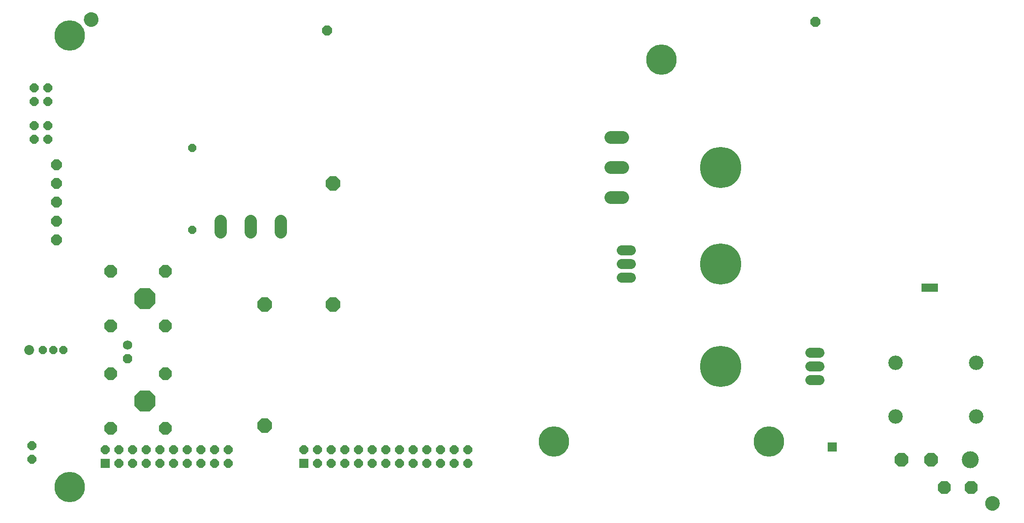
<source format=gbs>
G75*
%MOIN*%
%OFA0B0*%
%FSLAX25Y25*%
%IPPOS*%
%LPD*%
%AMOC8*
5,1,8,0,0,1.08239X$1,22.5*
%
%ADD10C,0.30128*%
%ADD11R,0.07000X0.07000*%
%ADD12R,0.12000X0.06000*%
%ADD13C,0.09450*%
%ADD14C,0.07200*%
%ADD15OC8,0.07687*%
%ADD16OC8,0.09200*%
%ADD17OC8,0.15600*%
%ADD18C,0.13198*%
%ADD19OC8,0.06506*%
%ADD20C,0.08850*%
%ADD21OC8,0.05915*%
%ADD22C,0.07293*%
%ADD23OC8,0.06000*%
%ADD24OC8,0.10600*%
%ADD25R,0.06506X0.06506*%
%ADD26OC8,0.10293*%
%ADD27C,0.12411*%
%ADD28C,0.00500*%
%ADD29OC8,0.06900*%
%ADD30C,0.06900*%
%ADD31OC8,0.09655*%
%ADD32C,0.10600*%
%ADD33OC8,0.07096*%
%ADD34C,0.22254*%
D10*
X0606499Y0186098D03*
X0606499Y0260902D03*
X0606499Y0331768D03*
D11*
X0688064Y0127112D03*
D12*
X0759314Y0243612D03*
D13*
X0534924Y0309768D02*
X0526074Y0309768D01*
X0526074Y0331768D02*
X0534924Y0331768D01*
X0534924Y0353768D02*
X0526074Y0353768D01*
D14*
X0534199Y0270902D02*
X0540799Y0270902D01*
X0540799Y0260902D02*
X0534199Y0260902D01*
X0534199Y0250902D02*
X0540799Y0250902D01*
X0672199Y0196098D02*
X0678799Y0196098D01*
X0678799Y0186098D02*
X0672199Y0186098D01*
X0672199Y0176098D02*
X0678799Y0176098D01*
D15*
X0120278Y0278618D03*
X0120278Y0292398D03*
X0120278Y0306177D03*
X0120278Y0319957D03*
X0120278Y0333736D03*
D16*
X0160199Y0255508D03*
X0200199Y0255508D03*
X0200199Y0215508D03*
X0160199Y0215508D03*
X0160199Y0180508D03*
X0200199Y0180508D03*
X0200199Y0140508D03*
X0160199Y0140508D03*
D17*
X0185239Y0160508D03*
X0185239Y0235508D03*
D18*
X0130121Y0097516D03*
X0130121Y0428224D03*
D19*
X0114255Y0389917D03*
X0104255Y0389917D03*
X0104255Y0379917D03*
X0114255Y0379917D03*
X0114255Y0362358D03*
X0104255Y0362358D03*
X0104255Y0352358D03*
X0114255Y0352358D03*
X0102562Y0128106D03*
X0102562Y0118106D03*
X0156262Y0125075D03*
X0166262Y0125075D03*
X0176262Y0125075D03*
X0176262Y0115075D03*
X0166262Y0115075D03*
X0186262Y0115075D03*
X0196262Y0115075D03*
X0206262Y0115075D03*
X0216262Y0115075D03*
X0226262Y0115075D03*
X0226262Y0125075D03*
X0216262Y0125075D03*
X0206262Y0125075D03*
X0196262Y0125075D03*
X0186262Y0125075D03*
X0236262Y0125075D03*
X0246262Y0125075D03*
X0246262Y0115075D03*
X0236262Y0115075D03*
X0301459Y0125075D03*
X0311459Y0125075D03*
X0311459Y0115075D03*
X0321459Y0115075D03*
X0331459Y0115075D03*
X0341459Y0115075D03*
X0351459Y0115075D03*
X0361459Y0115075D03*
X0361459Y0125075D03*
X0351459Y0125075D03*
X0341459Y0125075D03*
X0331459Y0125075D03*
X0321459Y0125075D03*
X0371459Y0125075D03*
X0381459Y0125075D03*
X0391459Y0125075D03*
X0401459Y0125075D03*
X0411459Y0125075D03*
X0421459Y0125075D03*
X0421459Y0115075D03*
X0411459Y0115075D03*
X0401459Y0115075D03*
X0391459Y0115075D03*
X0381459Y0115075D03*
X0371459Y0115075D03*
D20*
X0284314Y0284487D02*
X0284314Y0292737D01*
X0262314Y0292737D02*
X0262314Y0284487D01*
X0240314Y0284487D02*
X0240314Y0292737D01*
D21*
X0125593Y0197909D03*
X0118093Y0197909D03*
X0110593Y0197909D03*
D22*
X0100593Y0197909D03*
D23*
X0219814Y0286112D03*
X0219814Y0346112D03*
D24*
X0322814Y0319904D03*
X0322814Y0231321D03*
X0272814Y0231404D03*
X0272814Y0142821D03*
D25*
X0301459Y0115075D03*
X0156262Y0115075D03*
D26*
X0738660Y0117612D03*
X0760314Y0117612D03*
D27*
X0789054Y0117612D03*
D28*
X0802818Y0090035D02*
X0803607Y0090403D01*
X0804449Y0090629D01*
X0805318Y0090705D01*
X0806186Y0090629D01*
X0807028Y0090403D01*
X0807818Y0090035D01*
X0808532Y0089535D01*
X0809148Y0088919D01*
X0809648Y0088205D01*
X0810016Y0087415D01*
X0810242Y0086573D01*
X0810318Y0085705D01*
X0810242Y0084836D01*
X0810016Y0083995D01*
X0809648Y0083205D01*
X0809148Y0082491D01*
X0808532Y0081875D01*
X0807818Y0081375D01*
X0807028Y0081006D01*
X0806186Y0080781D01*
X0805318Y0080705D01*
X0804449Y0080781D01*
X0803607Y0081006D01*
X0802818Y0081375D01*
X0802104Y0081875D01*
X0801487Y0082491D01*
X0800987Y0083205D01*
X0800619Y0083995D01*
X0800394Y0084836D01*
X0800394Y0084835D02*
X0810241Y0084835D01*
X0810285Y0085334D02*
X0800350Y0085334D01*
X0800318Y0085705D02*
X0800394Y0086573D01*
X0800619Y0087415D01*
X0800987Y0088205D01*
X0801487Y0088919D01*
X0802104Y0089535D01*
X0802818Y0090035D01*
X0802511Y0089821D02*
X0808124Y0089821D01*
X0808744Y0089322D02*
X0801891Y0089322D01*
X0801421Y0088823D02*
X0809214Y0088823D01*
X0809563Y0088325D02*
X0801072Y0088325D01*
X0800811Y0087826D02*
X0809824Y0087826D01*
X0810039Y0087328D02*
X0800596Y0087328D01*
X0800462Y0086829D02*
X0810173Y0086829D01*
X0810263Y0086331D02*
X0800372Y0086331D01*
X0800329Y0085832D02*
X0810306Y0085832D01*
X0810108Y0084337D02*
X0800527Y0084337D01*
X0800394Y0084836D02*
X0800318Y0085705D01*
X0800692Y0083838D02*
X0809943Y0083838D01*
X0809711Y0083340D02*
X0800924Y0083340D01*
X0801242Y0082841D02*
X0809393Y0082841D01*
X0809000Y0082343D02*
X0801635Y0082343D01*
X0802147Y0081844D02*
X0808488Y0081844D01*
X0807756Y0081346D02*
X0802879Y0081346D01*
X0804201Y0080847D02*
X0806435Y0080847D01*
X0807208Y0090319D02*
X0803427Y0090319D01*
X0150199Y0437535D02*
X0149699Y0436821D01*
X0149083Y0436205D01*
X0148369Y0435705D01*
X0147579Y0435337D01*
X0146737Y0435111D01*
X0145869Y0435035D01*
X0145001Y0435111D01*
X0144159Y0435337D01*
X0143369Y0435705D01*
X0142655Y0436205D01*
X0142039Y0436821D01*
X0141539Y0437535D01*
X0141170Y0438325D01*
X0140945Y0439167D01*
X0140869Y0440035D01*
X0140945Y0440904D01*
X0141170Y0441746D01*
X0141539Y0442535D01*
X0142039Y0443249D01*
X0142655Y0443866D01*
X0143369Y0444366D01*
X0144159Y0444734D01*
X0145001Y0444959D01*
X0145869Y0445035D01*
X0146737Y0444959D01*
X0147579Y0444734D01*
X0148369Y0444366D01*
X0149083Y0443866D01*
X0149699Y0443249D01*
X0150199Y0442535D01*
X0150567Y0441746D01*
X0150793Y0440904D01*
X0150869Y0440035D01*
X0150793Y0439167D01*
X0150567Y0438325D01*
X0150199Y0437535D01*
X0150314Y0437781D02*
X0141424Y0437781D01*
X0141191Y0438280D02*
X0150546Y0438280D01*
X0150689Y0438778D02*
X0141049Y0438778D01*
X0140935Y0439277D02*
X0150802Y0439277D01*
X0150846Y0439775D02*
X0140892Y0439775D01*
X0140890Y0440274D02*
X0150848Y0440274D01*
X0150804Y0440772D02*
X0140933Y0440772D01*
X0141043Y0441271D02*
X0150694Y0441271D01*
X0150556Y0441770D02*
X0141181Y0441770D01*
X0141414Y0442268D02*
X0150324Y0442268D01*
X0150037Y0442767D02*
X0141700Y0442767D01*
X0142054Y0443265D02*
X0149683Y0443265D01*
X0149185Y0443764D02*
X0142553Y0443764D01*
X0143221Y0444262D02*
X0148517Y0444262D01*
X0147479Y0444761D02*
X0144258Y0444761D01*
X0141715Y0437283D02*
X0150022Y0437283D01*
X0149662Y0436784D02*
X0142076Y0436784D01*
X0142574Y0436286D02*
X0149163Y0436286D01*
X0148486Y0435787D02*
X0143252Y0435787D01*
X0144338Y0435289D02*
X0147399Y0435289D01*
D29*
X0172314Y0191612D03*
D30*
X0172314Y0201612D03*
D31*
X0770221Y0097362D03*
X0789906Y0097362D03*
D32*
X0793591Y0149177D03*
X0734536Y0149177D03*
X0734536Y0188547D03*
X0793591Y0188547D03*
D33*
X0675814Y0438362D03*
X0318564Y0431862D03*
D34*
X0130121Y0097516D03*
X0484451Y0130980D03*
X0641932Y0130980D03*
X0563192Y0410508D03*
X0130121Y0428224D03*
M02*

</source>
